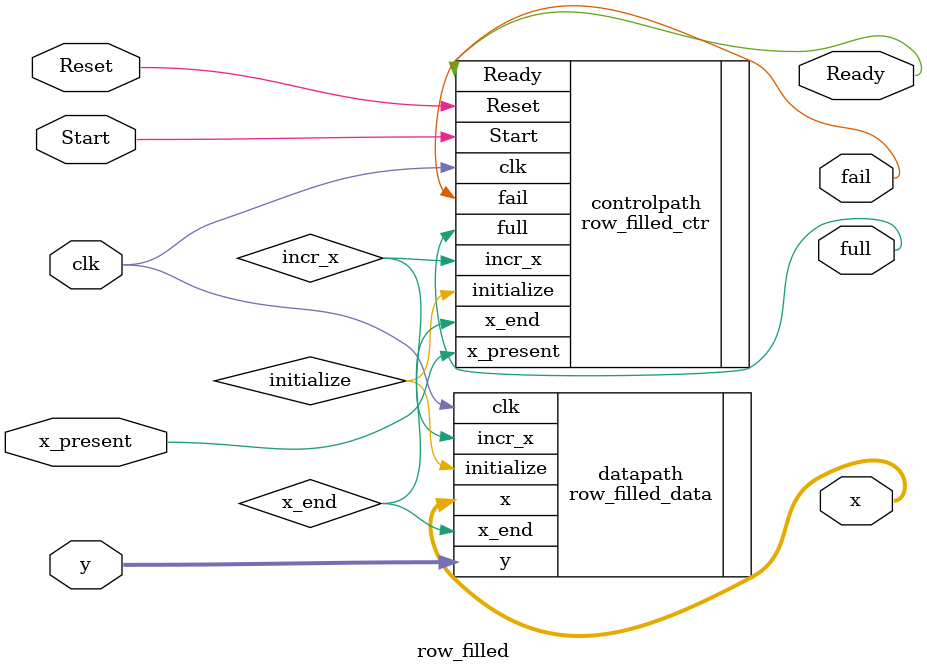
<source format=sv>
module row_filled (clk, Start, Reset, y, x_present, x, Ready, fail, full);
    input logic Start, Reset, clk, x_present;
    input logic [4:0] y;
    
    output logic Ready, fail, full;
    output logic [4:0] x;
    
    logic x_end, initialize, incr_x;
    
    row_filled_data datapath(.x, .y, .initialize, .clk, .incr_x, .x_end);
    row_filled_ctr controlpath(.Start, .Reset, .clk, .x_end, .x_present,
                               .Ready, .initialize, .incr_x, .fail, .full);
endmodule 
</source>
